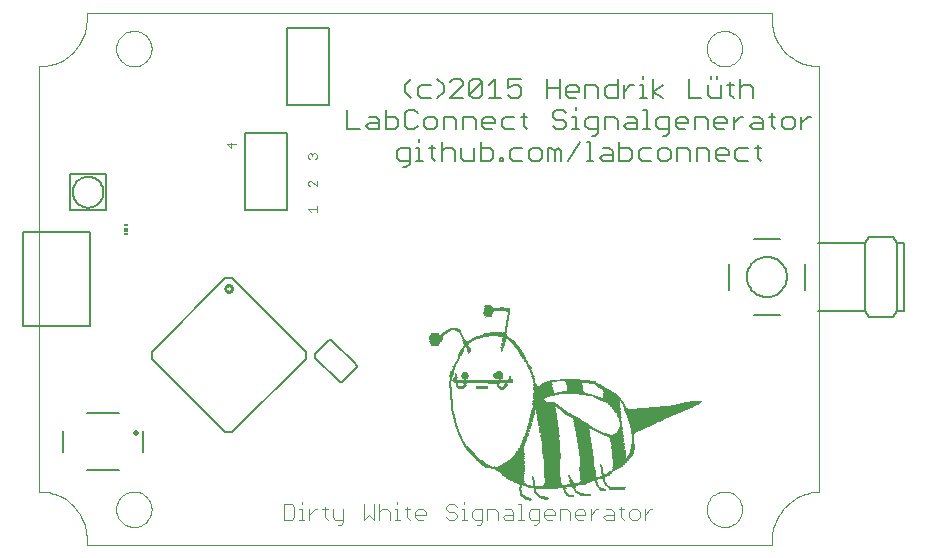
<source format=gto>
G75*
%MOIN*%
%OFA0B0*%
%FSLAX24Y24*%
%IPPOS*%
%LPD*%
%AMOC8*
5,1,8,0,0,1.08239X$1,22.5*
%
%ADD10C,0.0060*%
%ADD11C,0.0040*%
%ADD12C,0.0080*%
%ADD13C,0.0050*%
%ADD14C,0.0200*%
%ADD15C,0.0100*%
%ADD16C,0.0000*%
%ADD17R,0.0118X0.0059*%
%ADD18R,0.0118X0.0118*%
%ADD19R,0.0069X0.0017*%
%ADD20R,0.0172X0.0017*%
%ADD21R,0.0223X0.0017*%
%ADD22R,0.0137X0.0017*%
%ADD23R,0.0206X0.0017*%
%ADD24R,0.0257X0.0017*%
%ADD25R,0.0240X0.0017*%
%ADD26R,0.0154X0.0017*%
%ADD27R,0.0103X0.0017*%
%ADD28R,0.0051X0.0017*%
%ADD29R,0.0189X0.0017*%
%ADD30R,0.0086X0.0017*%
%ADD31R,0.0326X0.0017*%
%ADD32R,0.0360X0.0017*%
%ADD33R,0.0395X0.0017*%
%ADD34R,0.0412X0.0017*%
%ADD35R,0.0120X0.0017*%
%ADD36R,0.0017X0.0017*%
%ADD37R,0.0532X0.0017*%
%ADD38R,0.0824X0.0017*%
%ADD39R,0.0566X0.0017*%
%ADD40R,0.1150X0.0017*%
%ADD41R,0.0601X0.0017*%
%ADD42R,0.1287X0.0017*%
%ADD43R,0.0618X0.0017*%
%ADD44R,0.1390X0.0017*%
%ADD45R,0.1665X0.0017*%
%ADD46R,0.1116X0.0017*%
%ADD47R,0.0275X0.0017*%
%ADD48R,0.0584X0.0017*%
%ADD49R,0.0429X0.0017*%
%ADD50R,0.0034X0.0017*%
%ADD51R,0.0549X0.0017*%
%ADD52R,0.0292X0.0017*%
%ADD53R,0.0343X0.0017*%
%ADD54R,0.0309X0.0017*%
%ADD55R,0.0446X0.0017*%
%ADD56R,0.0481X0.0017*%
%ADD57R,0.0515X0.0017*%
%ADD58R,0.0652X0.0017*%
%ADD59R,0.0635X0.0017*%
%ADD60R,0.0669X0.0017*%
%ADD61R,0.0687X0.0017*%
%ADD62R,0.0704X0.0017*%
%ADD63R,0.0721X0.0017*%
%ADD64R,0.0738X0.0017*%
%ADD65R,0.0772X0.0017*%
%ADD66R,0.0790X0.0017*%
%ADD67R,0.0841X0.0017*%
%ADD68R,0.0875X0.0017*%
%ADD69R,0.0910X0.0017*%
%ADD70R,0.0944X0.0017*%
%ADD71R,0.0961X0.0017*%
%ADD72R,0.0978X0.0017*%
%ADD73R,0.1047X0.0017*%
%ADD74R,0.1270X0.0017*%
%ADD75R,0.0927X0.0017*%
%ADD76R,0.0893X0.0017*%
%ADD77R,0.0498X0.0017*%
%ADD78R,0.0858X0.0017*%
%ADD79R,0.0755X0.0017*%
%ADD80R,0.0378X0.0017*%
%ADD81R,0.0463X0.0017*%
%ADD82R,0.1013X0.0017*%
%ADD83R,0.1081X0.0017*%
%ADD84R,0.1184X0.0017*%
%ADD85R,0.1219X0.0017*%
%ADD86R,0.1253X0.0017*%
%ADD87R,0.1356X0.0017*%
%ADD88R,0.1442X0.0017*%
%ADD89R,0.1476X0.0017*%
%ADD90R,0.1511X0.0017*%
%ADD91R,0.1562X0.0017*%
%ADD92R,0.1614X0.0017*%
%ADD93R,0.1717X0.0017*%
%ADD94R,0.1751X0.0017*%
%ADD95R,0.1785X0.0017*%
%ADD96R,0.1837X0.0017*%
%ADD97R,0.1871X0.0017*%
%ADD98R,0.1905X0.0017*%
%ADD99R,0.1974X0.0017*%
%ADD100R,0.2008X0.0017*%
%ADD101R,0.2060X0.0017*%
%ADD102R,0.1596X0.0017*%
%ADD103R,0.1425X0.0017*%
%ADD104R,0.0807X0.0017*%
%ADD105R,0.1064X0.0017*%
%ADD106R,0.1940X0.0017*%
%ADD107R,0.1030X0.0017*%
%ADD108R,0.1957X0.0017*%
%ADD109R,0.1991X0.0017*%
%ADD110R,0.0996X0.0017*%
%ADD111R,0.1305X0.0017*%
D10*
X012900Y007143D02*
X013678Y006366D01*
X013678Y006365D02*
X013692Y006354D01*
X013707Y006345D01*
X013723Y006339D01*
X013740Y006336D01*
X013758Y006336D01*
X013775Y006339D01*
X013791Y006345D01*
X013806Y006354D01*
X013820Y006365D01*
X013820Y006366D02*
X014244Y006790D01*
X014255Y006804D01*
X014264Y006819D01*
X014270Y006835D01*
X014273Y006852D01*
X014273Y006870D01*
X014270Y006887D01*
X014264Y006903D01*
X014255Y006918D01*
X014244Y006932D01*
X014244Y006931D02*
X013466Y007709D01*
X013452Y007720D01*
X013437Y007729D01*
X013421Y007735D01*
X013404Y007738D01*
X013386Y007738D01*
X013369Y007735D01*
X013353Y007729D01*
X013338Y007720D01*
X013324Y007709D01*
X013325Y007709D02*
X012900Y007285D01*
X012889Y007271D01*
X012880Y007256D01*
X012874Y007240D01*
X012871Y007223D01*
X012871Y007205D01*
X012874Y007188D01*
X012880Y007172D01*
X012889Y007157D01*
X012900Y007143D01*
X015826Y013491D02*
X015933Y013491D01*
X016040Y013598D01*
X016040Y014132D01*
X015719Y014132D01*
X015613Y014025D01*
X015613Y013812D01*
X015719Y013705D01*
X016040Y013705D01*
X016257Y013705D02*
X016471Y013705D01*
X016364Y013705D02*
X016364Y014132D01*
X016257Y014132D01*
X016364Y014345D02*
X016364Y014452D01*
X016201Y014755D02*
X016308Y014862D01*
X016201Y014755D02*
X015988Y014755D01*
X015881Y014862D01*
X015881Y015289D01*
X015988Y015395D01*
X016201Y015395D01*
X016308Y015289D01*
X016526Y015075D02*
X016526Y014862D01*
X016632Y014755D01*
X016846Y014755D01*
X016953Y014862D01*
X016953Y015075D01*
X016846Y015182D01*
X016632Y015182D01*
X016526Y015075D01*
X017170Y015182D02*
X017170Y014755D01*
X017597Y014755D02*
X017597Y015075D01*
X017491Y015182D01*
X017170Y015182D01*
X017815Y015182D02*
X017815Y014755D01*
X018242Y014755D02*
X018242Y015075D01*
X018135Y015182D01*
X017815Y015182D01*
X018459Y015075D02*
X018459Y014862D01*
X018566Y014755D01*
X018780Y014755D01*
X018886Y014968D02*
X018459Y014968D01*
X018459Y015075D02*
X018566Y015182D01*
X018780Y015182D01*
X018886Y015075D01*
X018886Y014968D01*
X019104Y014862D02*
X019211Y014755D01*
X019531Y014755D01*
X019855Y014862D02*
X019962Y014755D01*
X019855Y014862D02*
X019855Y015289D01*
X019748Y015182D02*
X019962Y015182D01*
X019531Y015182D02*
X019211Y015182D01*
X019104Y015075D01*
X019104Y014862D01*
X018406Y014345D02*
X018406Y013705D01*
X018726Y013705D01*
X018833Y013812D01*
X018833Y014025D01*
X018726Y014132D01*
X018406Y014132D01*
X018188Y014132D02*
X018188Y013705D01*
X017868Y013705D01*
X017761Y013812D01*
X017761Y014132D01*
X017544Y014025D02*
X017544Y013705D01*
X017117Y013705D02*
X017117Y014345D01*
X017223Y014132D02*
X017437Y014132D01*
X017544Y014025D01*
X017223Y014132D02*
X017117Y014025D01*
X016900Y014132D02*
X016687Y014132D01*
X016794Y014239D02*
X016794Y013812D01*
X016900Y013705D01*
X015664Y014862D02*
X015664Y015075D01*
X015557Y015182D01*
X015237Y015182D01*
X015237Y015395D02*
X015237Y014755D01*
X015557Y014755D01*
X015664Y014862D01*
X015019Y014968D02*
X014699Y014968D01*
X014592Y014862D01*
X014699Y014755D01*
X015019Y014755D01*
X015019Y015075D01*
X014912Y015182D01*
X014699Y015182D01*
X014375Y014755D02*
X013947Y014755D01*
X013947Y015395D01*
X015881Y016018D02*
X015881Y016232D01*
X016095Y016445D01*
X016311Y016125D02*
X016311Y015912D01*
X016418Y015805D01*
X016738Y015805D01*
X016955Y015805D02*
X017169Y016018D01*
X017169Y016232D01*
X016955Y016445D01*
X016738Y016232D02*
X016418Y016232D01*
X016311Y016125D01*
X016095Y015805D02*
X015881Y016018D01*
X017385Y015805D02*
X017812Y016232D01*
X017812Y016339D01*
X017705Y016445D01*
X017492Y016445D01*
X017385Y016339D01*
X017385Y015805D02*
X017812Y015805D01*
X018030Y015912D02*
X018457Y016339D01*
X018457Y015912D01*
X018350Y015805D01*
X018136Y015805D01*
X018030Y015912D01*
X018030Y016339D01*
X018136Y016445D01*
X018350Y016445D01*
X018457Y016339D01*
X018674Y016232D02*
X018888Y016445D01*
X018888Y015805D01*
X019101Y015805D02*
X018674Y015805D01*
X019319Y015912D02*
X019425Y015805D01*
X019639Y015805D01*
X019746Y015912D01*
X019746Y016125D01*
X019639Y016232D01*
X019532Y016232D01*
X019319Y016125D01*
X019319Y016445D01*
X019746Y016445D01*
X020608Y016445D02*
X020608Y015805D01*
X020608Y016125D02*
X021035Y016125D01*
X021252Y016125D02*
X021252Y015912D01*
X021359Y015805D01*
X021573Y015805D01*
X021679Y016018D02*
X021252Y016018D01*
X021252Y016125D02*
X021359Y016232D01*
X021573Y016232D01*
X021679Y016125D01*
X021679Y016018D01*
X021897Y015805D02*
X021897Y016232D01*
X022217Y016232D01*
X022324Y016125D01*
X022324Y015805D01*
X022541Y015912D02*
X022541Y016125D01*
X022648Y016232D01*
X022969Y016232D01*
X022969Y016445D02*
X022969Y015805D01*
X022648Y015805D01*
X022541Y015912D01*
X023186Y016018D02*
X023400Y016232D01*
X023506Y016232D01*
X023723Y016232D02*
X023830Y016232D01*
X023830Y015805D01*
X023723Y015805D02*
X023937Y015805D01*
X024153Y015805D02*
X024153Y016445D01*
X023830Y016445D02*
X023830Y016552D01*
X024153Y016018D02*
X024473Y016232D01*
X024153Y016018D02*
X024473Y015805D01*
X023937Y015395D02*
X023831Y015395D01*
X023937Y015395D02*
X023937Y014755D01*
X023831Y014755D02*
X024044Y014755D01*
X024260Y014862D02*
X024260Y015075D01*
X024367Y015182D01*
X024687Y015182D01*
X024687Y014648D01*
X024581Y014541D01*
X024474Y014541D01*
X024367Y014755D02*
X024687Y014755D01*
X024905Y014862D02*
X024905Y015075D01*
X025012Y015182D01*
X025225Y015182D01*
X025332Y015075D01*
X025332Y014968D01*
X024905Y014968D01*
X024905Y014862D02*
X025012Y014755D01*
X025225Y014755D01*
X025549Y014755D02*
X025549Y015182D01*
X025870Y015182D01*
X025976Y015075D01*
X025976Y014755D01*
X026194Y014862D02*
X026194Y015075D01*
X026301Y015182D01*
X026514Y015182D01*
X026621Y015075D01*
X026621Y014968D01*
X026194Y014968D01*
X026194Y014862D02*
X026301Y014755D01*
X026514Y014755D01*
X026838Y014755D02*
X026838Y015182D01*
X026838Y014968D02*
X027052Y015182D01*
X027159Y015182D01*
X027482Y015182D02*
X027696Y015182D01*
X027803Y015075D01*
X027803Y014755D01*
X027482Y014755D01*
X027376Y014862D01*
X027482Y014968D01*
X027803Y014968D01*
X028020Y015182D02*
X028234Y015182D01*
X028127Y015289D02*
X028127Y014862D01*
X028234Y014755D01*
X028450Y014862D02*
X028450Y015075D01*
X028557Y015182D01*
X028770Y015182D01*
X028877Y015075D01*
X028877Y014862D01*
X028770Y014755D01*
X028557Y014755D01*
X028450Y014862D01*
X029094Y014968D02*
X029308Y015182D01*
X029415Y015182D01*
X029094Y015182D02*
X029094Y014755D01*
X027750Y014132D02*
X027537Y014132D01*
X027643Y014239D02*
X027643Y013812D01*
X027750Y013705D01*
X027319Y013705D02*
X026999Y013705D01*
X026892Y013812D01*
X026892Y014025D01*
X026999Y014132D01*
X027319Y014132D01*
X026675Y014025D02*
X026675Y013918D01*
X026248Y013918D01*
X026248Y013812D02*
X026248Y014025D01*
X026354Y014132D01*
X026568Y014132D01*
X026675Y014025D01*
X026354Y013705D02*
X026248Y013812D01*
X026354Y013705D02*
X026568Y013705D01*
X026030Y013705D02*
X026030Y014025D01*
X025923Y014132D01*
X025603Y014132D01*
X025603Y013705D01*
X025386Y013705D02*
X025386Y014025D01*
X025279Y014132D01*
X024959Y014132D01*
X024959Y013705D01*
X024741Y013812D02*
X024741Y014025D01*
X024634Y014132D01*
X024421Y014132D01*
X024314Y014025D01*
X024314Y013812D01*
X024421Y013705D01*
X024634Y013705D01*
X024741Y013812D01*
X024096Y013705D02*
X023776Y013705D01*
X023669Y013812D01*
X023669Y014025D01*
X023776Y014132D01*
X024096Y014132D01*
X023452Y014025D02*
X023452Y013812D01*
X023345Y013705D01*
X023025Y013705D01*
X023025Y014345D01*
X023025Y014132D02*
X023345Y014132D01*
X023452Y014025D01*
X022807Y014025D02*
X022807Y013705D01*
X022487Y013705D01*
X022380Y013812D01*
X022487Y013918D01*
X022807Y013918D01*
X022807Y014025D02*
X022701Y014132D01*
X022487Y014132D01*
X022057Y014345D02*
X022057Y013705D01*
X021951Y013705D02*
X022164Y013705D01*
X021733Y014345D02*
X021306Y013705D01*
X021089Y013705D02*
X021089Y014025D01*
X020982Y014132D01*
X020875Y014025D01*
X020875Y013705D01*
X020662Y013705D02*
X020662Y014132D01*
X020768Y014132D01*
X020875Y014025D01*
X020444Y014025D02*
X020444Y013812D01*
X020337Y013705D01*
X020124Y013705D01*
X020017Y013812D01*
X020017Y014025D01*
X020124Y014132D01*
X020337Y014132D01*
X020444Y014025D01*
X019799Y014132D02*
X019479Y014132D01*
X019372Y014025D01*
X019372Y013812D01*
X019479Y013705D01*
X019799Y013705D01*
X019157Y013705D02*
X019050Y013705D01*
X019050Y013812D01*
X019157Y013812D01*
X019157Y013705D01*
X020823Y014862D02*
X020929Y014755D01*
X021143Y014755D01*
X021250Y014862D01*
X021250Y014968D01*
X021143Y015075D01*
X020929Y015075D01*
X020823Y015182D01*
X020823Y015289D01*
X020929Y015395D01*
X021143Y015395D01*
X021250Y015289D01*
X021467Y015182D02*
X021574Y015182D01*
X021574Y014755D01*
X021467Y014755D02*
X021681Y014755D01*
X021897Y014862D02*
X021897Y015075D01*
X022004Y015182D01*
X022324Y015182D01*
X022324Y014648D01*
X022217Y014541D01*
X022110Y014541D01*
X022057Y014345D02*
X021951Y014345D01*
X022004Y014755D02*
X022324Y014755D01*
X022541Y014755D02*
X022541Y015182D01*
X022862Y015182D01*
X022969Y015075D01*
X022969Y014755D01*
X023186Y014862D02*
X023293Y014968D01*
X023613Y014968D01*
X023613Y015075D02*
X023613Y014755D01*
X023293Y014755D01*
X023186Y014862D01*
X023506Y015182D02*
X023613Y015075D01*
X023506Y015182D02*
X023293Y015182D01*
X023186Y015805D02*
X023186Y016232D01*
X021574Y015502D02*
X021574Y015395D01*
X021035Y015805D02*
X021035Y016445D01*
X021897Y014862D02*
X022004Y014755D01*
X024260Y014862D02*
X024367Y014755D01*
X025335Y015805D02*
X025762Y015805D01*
X025979Y015912D02*
X025979Y016232D01*
X026086Y016445D02*
X026086Y016552D01*
X026299Y016552D02*
X026299Y016445D01*
X026406Y016232D02*
X026406Y015805D01*
X026086Y015805D01*
X025979Y015912D01*
X025335Y015805D02*
X025335Y016445D01*
X026624Y016232D02*
X026837Y016232D01*
X026730Y016339D02*
X026730Y015912D01*
X026837Y015805D01*
X027053Y015805D02*
X027053Y016445D01*
X027160Y016232D02*
X027053Y016125D01*
X027160Y016232D02*
X027374Y016232D01*
X027480Y016125D01*
X027480Y015805D01*
D11*
X012940Y013912D02*
X012940Y013818D01*
X012893Y013772D01*
X012799Y013865D02*
X012799Y013912D01*
X012846Y013959D01*
X012893Y013959D01*
X012940Y013912D01*
X012799Y013912D02*
X012753Y013959D01*
X012706Y013959D01*
X012659Y013912D01*
X012659Y013818D01*
X012706Y013772D01*
X012710Y013049D02*
X012663Y013002D01*
X012663Y012908D01*
X012710Y012862D01*
X012710Y013049D02*
X012756Y013049D01*
X012943Y012862D01*
X012943Y013049D01*
X012940Y012197D02*
X012940Y012011D01*
X012940Y012104D02*
X012659Y012104D01*
X012753Y012011D01*
X010099Y014120D02*
X010099Y014307D01*
X009959Y014260D02*
X010099Y014120D01*
X009959Y014260D02*
X010240Y014260D01*
X011842Y002265D02*
X012102Y002265D01*
X012189Y002179D01*
X012189Y001832D01*
X012102Y001745D01*
X011842Y001745D01*
X011842Y002265D01*
X012358Y002092D02*
X012444Y002092D01*
X012444Y001745D01*
X012358Y001745D02*
X012531Y001745D01*
X012701Y001745D02*
X012701Y002092D01*
X012701Y001918D02*
X012875Y002092D01*
X012962Y002092D01*
X013131Y002092D02*
X013305Y002092D01*
X013218Y002179D02*
X013218Y001832D01*
X013305Y001745D01*
X013475Y001832D02*
X013562Y001745D01*
X013822Y001745D01*
X013822Y001658D02*
X013735Y001571D01*
X013648Y001571D01*
X013822Y001658D02*
X013822Y002092D01*
X013475Y002092D02*
X013475Y001832D01*
X014506Y001745D02*
X014680Y001918D01*
X014853Y001745D01*
X014853Y002265D01*
X015022Y002265D02*
X015022Y001745D01*
X015022Y002005D02*
X015109Y002092D01*
X015282Y002092D01*
X015369Y002005D01*
X015369Y001745D01*
X015537Y001745D02*
X015711Y001745D01*
X015624Y001745D02*
X015624Y002092D01*
X015537Y002092D01*
X015624Y002265D02*
X015624Y002352D01*
X015881Y002092D02*
X016055Y002092D01*
X015968Y002179D02*
X015968Y001832D01*
X016055Y001745D01*
X016225Y001832D02*
X016312Y001745D01*
X016485Y001745D01*
X016572Y001918D02*
X016225Y001918D01*
X016225Y001832D02*
X016225Y002005D01*
X016312Y002092D01*
X016485Y002092D01*
X016572Y002005D01*
X016572Y001918D01*
X017256Y001832D02*
X017343Y001745D01*
X017516Y001745D01*
X017603Y001832D01*
X017603Y001918D01*
X017516Y002005D01*
X017343Y002005D01*
X017256Y002092D01*
X017256Y002179D01*
X017343Y002265D01*
X017516Y002265D01*
X017603Y002179D01*
X017772Y002092D02*
X017859Y002092D01*
X017859Y001745D01*
X017945Y001745D02*
X017772Y001745D01*
X018116Y001832D02*
X018202Y001745D01*
X018463Y001745D01*
X018463Y001658D02*
X018463Y002092D01*
X018202Y002092D01*
X018116Y002005D01*
X018116Y001832D01*
X018376Y001571D02*
X018463Y001658D01*
X018376Y001571D02*
X018289Y001571D01*
X018631Y001745D02*
X018631Y002092D01*
X018891Y002092D01*
X018978Y002005D01*
X018978Y001745D01*
X019147Y001832D02*
X019234Y001745D01*
X019494Y001745D01*
X019494Y002005D01*
X019407Y002092D01*
X019234Y002092D01*
X019234Y001918D02*
X019494Y001918D01*
X019663Y001745D02*
X019836Y001745D01*
X019749Y001745D02*
X019749Y002265D01*
X019663Y002265D01*
X020006Y002005D02*
X020093Y002092D01*
X020353Y002092D01*
X020353Y001658D01*
X020267Y001571D01*
X020180Y001571D01*
X020093Y001745D02*
X020353Y001745D01*
X020522Y001832D02*
X020522Y002005D01*
X020609Y002092D01*
X020782Y002092D01*
X020869Y002005D01*
X020869Y001918D01*
X020522Y001918D01*
X020522Y001832D02*
X020609Y001745D01*
X020782Y001745D01*
X021038Y001745D02*
X021038Y002092D01*
X021298Y002092D01*
X021385Y002005D01*
X021385Y001745D01*
X021553Y001832D02*
X021553Y002005D01*
X021640Y002092D01*
X021813Y002092D01*
X021900Y002005D01*
X021900Y001918D01*
X021553Y001918D01*
X021553Y001832D02*
X021640Y001745D01*
X021813Y001745D01*
X022069Y001745D02*
X022069Y002092D01*
X022242Y002092D02*
X022069Y001918D01*
X022242Y002092D02*
X022329Y002092D01*
X022585Y002092D02*
X022759Y002092D01*
X022846Y002005D01*
X022846Y001745D01*
X022585Y001745D01*
X022499Y001832D01*
X022585Y001918D01*
X022846Y001918D01*
X023014Y002092D02*
X023188Y002092D01*
X023101Y002179D02*
X023101Y001832D01*
X023188Y001745D01*
X023358Y001832D02*
X023445Y001745D01*
X023618Y001745D01*
X023705Y001832D01*
X023705Y002005D01*
X023618Y002092D01*
X023445Y002092D01*
X023358Y002005D01*
X023358Y001832D01*
X023874Y001918D02*
X024047Y002092D01*
X024134Y002092D01*
X023874Y002092D02*
X023874Y001745D01*
X020093Y001745D02*
X020006Y001832D01*
X020006Y002005D01*
X019234Y001918D02*
X019147Y001832D01*
X017859Y002265D02*
X017859Y002352D01*
X014506Y002265D02*
X014506Y001745D01*
X012444Y002265D02*
X012444Y002352D01*
D12*
X010121Y004664D02*
X009898Y004664D01*
X007448Y007114D01*
X007448Y007336D01*
X009898Y009786D01*
X010121Y009786D01*
X012571Y007336D01*
X012571Y007114D01*
X010121Y004664D01*
X007161Y004695D02*
X007161Y004005D01*
X006361Y003405D02*
X005283Y003405D01*
X004483Y004005D02*
X004483Y004695D01*
X005283Y005295D02*
X006361Y005295D01*
X010560Y012060D02*
X010560Y014640D01*
X011960Y014640D01*
X011960Y012060D01*
X010560Y012060D01*
X011935Y015560D02*
X011935Y018140D01*
X013335Y018140D01*
X013335Y015560D01*
X011935Y015560D01*
X026689Y010271D02*
X026689Y009405D01*
X027516Y008578D02*
X028382Y008578D01*
X029209Y009405D02*
X029209Y010271D01*
X029642Y010979D02*
X031217Y010979D01*
X031217Y008696D01*
X031335Y008499D01*
X032162Y008499D01*
X032280Y008696D01*
X032280Y010979D01*
X032516Y010979D01*
X032516Y008696D01*
X032280Y008696D01*
X031217Y008696D02*
X029642Y008696D01*
X027280Y009838D02*
X027282Y009889D01*
X027288Y009940D01*
X027298Y009990D01*
X027311Y010040D01*
X027329Y010088D01*
X027349Y010135D01*
X027374Y010180D01*
X027402Y010223D01*
X027433Y010264D01*
X027467Y010302D01*
X027504Y010337D01*
X027543Y010370D01*
X027585Y010400D01*
X027629Y010426D01*
X027675Y010448D01*
X027723Y010468D01*
X027772Y010483D01*
X027822Y010495D01*
X027872Y010503D01*
X027923Y010507D01*
X027975Y010507D01*
X028026Y010503D01*
X028076Y010495D01*
X028126Y010483D01*
X028175Y010468D01*
X028223Y010448D01*
X028269Y010426D01*
X028313Y010400D01*
X028355Y010370D01*
X028394Y010337D01*
X028431Y010302D01*
X028465Y010264D01*
X028496Y010223D01*
X028524Y010180D01*
X028549Y010135D01*
X028569Y010088D01*
X028587Y010040D01*
X028600Y009990D01*
X028610Y009940D01*
X028616Y009889D01*
X028618Y009838D01*
X028616Y009787D01*
X028610Y009736D01*
X028600Y009686D01*
X028587Y009636D01*
X028569Y009588D01*
X028549Y009541D01*
X028524Y009496D01*
X028496Y009453D01*
X028465Y009412D01*
X028431Y009374D01*
X028394Y009339D01*
X028355Y009306D01*
X028313Y009276D01*
X028269Y009250D01*
X028223Y009228D01*
X028175Y009208D01*
X028126Y009193D01*
X028076Y009181D01*
X028026Y009173D01*
X027975Y009169D01*
X027923Y009169D01*
X027872Y009173D01*
X027822Y009181D01*
X027772Y009193D01*
X027723Y009208D01*
X027675Y009228D01*
X027629Y009250D01*
X027585Y009276D01*
X027543Y009306D01*
X027504Y009339D01*
X027467Y009374D01*
X027433Y009412D01*
X027402Y009453D01*
X027374Y009496D01*
X027349Y009541D01*
X027329Y009588D01*
X027311Y009636D01*
X027298Y009686D01*
X027288Y009736D01*
X027282Y009787D01*
X027280Y009838D01*
X027516Y011097D02*
X028382Y011097D01*
X031217Y010979D02*
X031335Y011176D01*
X032162Y011176D01*
X032280Y010979D01*
D13*
X005913Y012072D02*
X005913Y013253D01*
X004731Y013253D01*
X004731Y012072D01*
X005913Y012072D01*
X004810Y012662D02*
X004812Y012707D01*
X004818Y012751D01*
X004827Y012795D01*
X004841Y012837D01*
X004858Y012878D01*
X004879Y012918D01*
X004903Y012956D01*
X004930Y012991D01*
X004960Y013024D01*
X004993Y013054D01*
X005028Y013081D01*
X005066Y013105D01*
X005106Y013126D01*
X005147Y013143D01*
X005189Y013157D01*
X005233Y013166D01*
X005277Y013172D01*
X005322Y013174D01*
X005367Y013172D01*
X005411Y013166D01*
X005455Y013157D01*
X005497Y013143D01*
X005538Y013126D01*
X005578Y013105D01*
X005616Y013081D01*
X005651Y013054D01*
X005684Y013024D01*
X005714Y012991D01*
X005741Y012956D01*
X005765Y012918D01*
X005786Y012878D01*
X005803Y012837D01*
X005817Y012795D01*
X005826Y012751D01*
X005832Y012707D01*
X005834Y012662D01*
X005832Y012617D01*
X005826Y012573D01*
X005817Y012529D01*
X005803Y012487D01*
X005786Y012446D01*
X005765Y012406D01*
X005741Y012368D01*
X005714Y012333D01*
X005684Y012300D01*
X005651Y012270D01*
X005616Y012243D01*
X005578Y012219D01*
X005538Y012198D01*
X005497Y012181D01*
X005455Y012167D01*
X005411Y012158D01*
X005367Y012152D01*
X005322Y012150D01*
X005277Y012152D01*
X005233Y012158D01*
X005189Y012167D01*
X005147Y012181D01*
X005106Y012198D01*
X005066Y012219D01*
X005028Y012243D01*
X004993Y012270D01*
X004960Y012300D01*
X004930Y012333D01*
X004903Y012368D01*
X004879Y012406D01*
X004858Y012446D01*
X004841Y012487D01*
X004827Y012529D01*
X004818Y012573D01*
X004812Y012617D01*
X004810Y012662D01*
X005390Y011345D02*
X003146Y011345D01*
X003146Y008196D01*
X005390Y008196D01*
X005390Y011345D01*
D14*
X006922Y004650D03*
D15*
X009899Y009452D02*
X009901Y009472D01*
X009906Y009492D01*
X009916Y009510D01*
X009928Y009527D01*
X009943Y009541D01*
X009961Y009551D01*
X009980Y009559D01*
X010000Y009563D01*
X010020Y009563D01*
X010040Y009559D01*
X010059Y009551D01*
X010077Y009541D01*
X010092Y009527D01*
X010104Y009510D01*
X010114Y009492D01*
X010119Y009472D01*
X010121Y009452D01*
X010119Y009432D01*
X010114Y009412D01*
X010104Y009394D01*
X010092Y009377D01*
X010077Y009363D01*
X010059Y009353D01*
X010040Y009345D01*
X010020Y009341D01*
X010000Y009341D01*
X009980Y009345D01*
X009961Y009353D01*
X009943Y009363D01*
X009928Y009377D01*
X009916Y009394D01*
X009906Y009412D01*
X009901Y009432D01*
X009899Y009452D01*
D16*
X003697Y002684D02*
X003774Y002682D01*
X003851Y002676D01*
X003928Y002667D01*
X004004Y002654D01*
X004080Y002637D01*
X004154Y002616D01*
X004228Y002592D01*
X004300Y002564D01*
X004370Y002533D01*
X004439Y002498D01*
X004507Y002460D01*
X004572Y002419D01*
X004635Y002374D01*
X004696Y002326D01*
X004755Y002276D01*
X004811Y002223D01*
X004864Y002167D01*
X004914Y002108D01*
X004962Y002047D01*
X005007Y001984D01*
X005048Y001919D01*
X005086Y001851D01*
X005121Y001782D01*
X005152Y001712D01*
X005180Y001640D01*
X005204Y001566D01*
X005225Y001492D01*
X005242Y001416D01*
X005255Y001340D01*
X005264Y001263D01*
X005270Y001186D01*
X005272Y001109D01*
X005272Y000912D01*
X028106Y000912D01*
X028107Y000913D02*
X028104Y000992D01*
X028105Y001072D01*
X028110Y001152D01*
X028119Y001231D01*
X028131Y001310D01*
X028147Y001388D01*
X028167Y001465D01*
X028190Y001541D01*
X028217Y001617D01*
X028248Y001690D01*
X028282Y001762D01*
X028319Y001833D01*
X028360Y001901D01*
X028404Y001968D01*
X028451Y002032D01*
X028501Y002094D01*
X028554Y002154D01*
X028610Y002211D01*
X028668Y002265D01*
X028729Y002317D01*
X028793Y002365D01*
X028858Y002411D01*
X028926Y002453D01*
X028995Y002492D01*
X029067Y002528D01*
X029140Y002560D01*
X029214Y002589D01*
X029290Y002614D01*
X029367Y002635D01*
X029444Y002653D01*
X029523Y002667D01*
X029602Y002678D01*
X029682Y002684D01*
X029681Y002684D02*
X029681Y016857D01*
X029604Y016859D01*
X029527Y016865D01*
X029450Y016874D01*
X029374Y016887D01*
X029298Y016904D01*
X029224Y016925D01*
X029150Y016949D01*
X029078Y016977D01*
X029008Y017008D01*
X028939Y017043D01*
X028871Y017081D01*
X028806Y017122D01*
X028743Y017167D01*
X028682Y017215D01*
X028623Y017265D01*
X028567Y017318D01*
X028514Y017374D01*
X028464Y017433D01*
X028416Y017494D01*
X028371Y017557D01*
X028330Y017622D01*
X028292Y017690D01*
X028257Y017759D01*
X028226Y017829D01*
X028198Y017901D01*
X028174Y017975D01*
X028153Y018049D01*
X028136Y018125D01*
X028123Y018201D01*
X028114Y018278D01*
X028108Y018355D01*
X028106Y018432D01*
X028106Y018629D01*
X005272Y018629D01*
X005272Y018432D01*
X006256Y017448D02*
X006258Y017496D01*
X006264Y017544D01*
X006274Y017591D01*
X006287Y017637D01*
X006305Y017682D01*
X006325Y017726D01*
X006350Y017768D01*
X006378Y017807D01*
X006408Y017844D01*
X006442Y017878D01*
X006479Y017910D01*
X006517Y017939D01*
X006558Y017964D01*
X006601Y017986D01*
X006646Y018004D01*
X006692Y018018D01*
X006739Y018029D01*
X006787Y018036D01*
X006835Y018039D01*
X006883Y018038D01*
X006931Y018033D01*
X006979Y018024D01*
X007025Y018012D01*
X007070Y017995D01*
X007114Y017975D01*
X007156Y017952D01*
X007196Y017925D01*
X007234Y017895D01*
X007269Y017862D01*
X007301Y017826D01*
X007331Y017788D01*
X007357Y017747D01*
X007379Y017704D01*
X007399Y017660D01*
X007414Y017615D01*
X007426Y017568D01*
X007434Y017520D01*
X007438Y017472D01*
X007438Y017424D01*
X007434Y017376D01*
X007426Y017328D01*
X007414Y017281D01*
X007399Y017236D01*
X007379Y017192D01*
X007357Y017149D01*
X007331Y017108D01*
X007301Y017070D01*
X007269Y017034D01*
X007234Y017001D01*
X007196Y016971D01*
X007156Y016944D01*
X007114Y016921D01*
X007070Y016901D01*
X007025Y016884D01*
X006979Y016872D01*
X006931Y016863D01*
X006883Y016858D01*
X006835Y016857D01*
X006787Y016860D01*
X006739Y016867D01*
X006692Y016878D01*
X006646Y016892D01*
X006601Y016910D01*
X006558Y016932D01*
X006517Y016957D01*
X006479Y016986D01*
X006442Y017018D01*
X006408Y017052D01*
X006378Y017089D01*
X006350Y017128D01*
X006325Y017170D01*
X006305Y017214D01*
X006287Y017259D01*
X006274Y017305D01*
X006264Y017352D01*
X006258Y017400D01*
X006256Y017448D01*
X003697Y016857D02*
X003697Y002684D01*
X006256Y002094D02*
X006258Y002142D01*
X006264Y002190D01*
X006274Y002237D01*
X006287Y002283D01*
X006305Y002328D01*
X006325Y002372D01*
X006350Y002414D01*
X006378Y002453D01*
X006408Y002490D01*
X006442Y002524D01*
X006479Y002556D01*
X006517Y002585D01*
X006558Y002610D01*
X006601Y002632D01*
X006646Y002650D01*
X006692Y002664D01*
X006739Y002675D01*
X006787Y002682D01*
X006835Y002685D01*
X006883Y002684D01*
X006931Y002679D01*
X006979Y002670D01*
X007025Y002658D01*
X007070Y002641D01*
X007114Y002621D01*
X007156Y002598D01*
X007196Y002571D01*
X007234Y002541D01*
X007269Y002508D01*
X007301Y002472D01*
X007331Y002434D01*
X007357Y002393D01*
X007379Y002350D01*
X007399Y002306D01*
X007414Y002261D01*
X007426Y002214D01*
X007434Y002166D01*
X007438Y002118D01*
X007438Y002070D01*
X007434Y002022D01*
X007426Y001974D01*
X007414Y001927D01*
X007399Y001882D01*
X007379Y001838D01*
X007357Y001795D01*
X007331Y001754D01*
X007301Y001716D01*
X007269Y001680D01*
X007234Y001647D01*
X007196Y001617D01*
X007156Y001590D01*
X007114Y001567D01*
X007070Y001547D01*
X007025Y001530D01*
X006979Y001518D01*
X006931Y001509D01*
X006883Y001504D01*
X006835Y001503D01*
X006787Y001506D01*
X006739Y001513D01*
X006692Y001524D01*
X006646Y001538D01*
X006601Y001556D01*
X006558Y001578D01*
X006517Y001603D01*
X006479Y001632D01*
X006442Y001664D01*
X006408Y001698D01*
X006378Y001735D01*
X006350Y001774D01*
X006325Y001816D01*
X006305Y001860D01*
X006287Y001905D01*
X006274Y001951D01*
X006264Y001998D01*
X006258Y002046D01*
X006256Y002094D01*
X025941Y002094D02*
X025943Y002142D01*
X025949Y002190D01*
X025959Y002237D01*
X025972Y002283D01*
X025990Y002328D01*
X026010Y002372D01*
X026035Y002414D01*
X026063Y002453D01*
X026093Y002490D01*
X026127Y002524D01*
X026164Y002556D01*
X026202Y002585D01*
X026243Y002610D01*
X026286Y002632D01*
X026331Y002650D01*
X026377Y002664D01*
X026424Y002675D01*
X026472Y002682D01*
X026520Y002685D01*
X026568Y002684D01*
X026616Y002679D01*
X026664Y002670D01*
X026710Y002658D01*
X026755Y002641D01*
X026799Y002621D01*
X026841Y002598D01*
X026881Y002571D01*
X026919Y002541D01*
X026954Y002508D01*
X026986Y002472D01*
X027016Y002434D01*
X027042Y002393D01*
X027064Y002350D01*
X027084Y002306D01*
X027099Y002261D01*
X027111Y002214D01*
X027119Y002166D01*
X027123Y002118D01*
X027123Y002070D01*
X027119Y002022D01*
X027111Y001974D01*
X027099Y001927D01*
X027084Y001882D01*
X027064Y001838D01*
X027042Y001795D01*
X027016Y001754D01*
X026986Y001716D01*
X026954Y001680D01*
X026919Y001647D01*
X026881Y001617D01*
X026841Y001590D01*
X026799Y001567D01*
X026755Y001547D01*
X026710Y001530D01*
X026664Y001518D01*
X026616Y001509D01*
X026568Y001504D01*
X026520Y001503D01*
X026472Y001506D01*
X026424Y001513D01*
X026377Y001524D01*
X026331Y001538D01*
X026286Y001556D01*
X026243Y001578D01*
X026202Y001603D01*
X026164Y001632D01*
X026127Y001664D01*
X026093Y001698D01*
X026063Y001735D01*
X026035Y001774D01*
X026010Y001816D01*
X025990Y001860D01*
X025972Y001905D01*
X025959Y001951D01*
X025949Y001998D01*
X025943Y002046D01*
X025941Y002094D01*
X025941Y017448D02*
X025943Y017496D01*
X025949Y017544D01*
X025959Y017591D01*
X025972Y017637D01*
X025990Y017682D01*
X026010Y017726D01*
X026035Y017768D01*
X026063Y017807D01*
X026093Y017844D01*
X026127Y017878D01*
X026164Y017910D01*
X026202Y017939D01*
X026243Y017964D01*
X026286Y017986D01*
X026331Y018004D01*
X026377Y018018D01*
X026424Y018029D01*
X026472Y018036D01*
X026520Y018039D01*
X026568Y018038D01*
X026616Y018033D01*
X026664Y018024D01*
X026710Y018012D01*
X026755Y017995D01*
X026799Y017975D01*
X026841Y017952D01*
X026881Y017925D01*
X026919Y017895D01*
X026954Y017862D01*
X026986Y017826D01*
X027016Y017788D01*
X027042Y017747D01*
X027064Y017704D01*
X027084Y017660D01*
X027099Y017615D01*
X027111Y017568D01*
X027119Y017520D01*
X027123Y017472D01*
X027123Y017424D01*
X027119Y017376D01*
X027111Y017328D01*
X027099Y017281D01*
X027084Y017236D01*
X027064Y017192D01*
X027042Y017149D01*
X027016Y017108D01*
X026986Y017070D01*
X026954Y017034D01*
X026919Y017001D01*
X026881Y016971D01*
X026841Y016944D01*
X026799Y016921D01*
X026755Y016901D01*
X026710Y016884D01*
X026664Y016872D01*
X026616Y016863D01*
X026568Y016858D01*
X026520Y016857D01*
X026472Y016860D01*
X026424Y016867D01*
X026377Y016878D01*
X026331Y016892D01*
X026286Y016910D01*
X026243Y016932D01*
X026202Y016957D01*
X026164Y016986D01*
X026127Y017018D01*
X026093Y017052D01*
X026063Y017089D01*
X026035Y017128D01*
X026010Y017170D01*
X025990Y017214D01*
X025972Y017259D01*
X025959Y017305D01*
X025949Y017352D01*
X025943Y017400D01*
X025941Y017448D01*
X005272Y018432D02*
X005270Y018355D01*
X005264Y018278D01*
X005255Y018201D01*
X005242Y018125D01*
X005225Y018049D01*
X005204Y017975D01*
X005180Y017901D01*
X005152Y017829D01*
X005121Y017759D01*
X005086Y017690D01*
X005048Y017622D01*
X005007Y017557D01*
X004962Y017494D01*
X004914Y017433D01*
X004864Y017374D01*
X004811Y017318D01*
X004755Y017265D01*
X004696Y017215D01*
X004635Y017167D01*
X004572Y017122D01*
X004507Y017081D01*
X004439Y017043D01*
X004370Y017008D01*
X004300Y016977D01*
X004228Y016949D01*
X004154Y016925D01*
X004080Y016904D01*
X004004Y016887D01*
X003928Y016874D01*
X003851Y016865D01*
X003774Y016859D01*
X003697Y016857D01*
D17*
X006575Y011560D03*
X006575Y011265D03*
D18*
X006575Y011412D03*
D19*
X017515Y006786D03*
X017515Y006769D03*
X017515Y006752D03*
X017498Y006735D03*
X017498Y006717D03*
X017567Y006906D03*
X017584Y006923D03*
X017584Y006941D03*
X017618Y006992D03*
X017652Y007061D03*
X017669Y007095D03*
X017669Y007112D03*
X017807Y007404D03*
X017824Y007421D03*
X017841Y007455D03*
X017841Y007730D03*
X017841Y007747D03*
X017824Y007764D03*
X017824Y007782D03*
X017807Y007799D03*
X017807Y007816D03*
X017790Y007833D03*
X017790Y007850D03*
X017772Y007867D03*
X017772Y007885D03*
X017755Y007902D03*
X017755Y007919D03*
X017738Y007936D03*
X017721Y007953D03*
X019266Y008142D03*
X019266Y008159D03*
X019283Y008245D03*
X019283Y008262D03*
X019300Y008348D03*
X019300Y008365D03*
X019317Y008434D03*
X019317Y008451D03*
X019317Y008468D03*
X019335Y008554D03*
X019335Y008571D03*
X019987Y006889D03*
X020073Y006717D03*
X020090Y006683D03*
X020090Y006666D03*
X020107Y006632D03*
X020107Y006614D03*
X020124Y006580D03*
X020141Y006546D03*
X020176Y006426D03*
X020193Y006357D03*
X020210Y006271D03*
X019129Y006065D03*
X017429Y005842D03*
X017429Y005825D03*
X017429Y005808D03*
X017429Y005790D03*
X017429Y005773D03*
X017429Y005756D03*
X017429Y005739D03*
X017446Y005687D03*
X017446Y005670D03*
X017446Y005653D03*
X017446Y005636D03*
X017446Y005619D03*
X017464Y005447D03*
X017464Y005430D03*
X017464Y005413D03*
X017464Y005396D03*
X017464Y005378D03*
X017464Y005361D03*
X017481Y005327D03*
X017481Y005310D03*
X017481Y005293D03*
X017498Y005258D03*
X017498Y005241D03*
X017515Y005207D03*
X017515Y005190D03*
X017532Y005138D03*
X017532Y005121D03*
X017532Y005104D03*
X017549Y005087D03*
X017549Y005070D03*
X017549Y005052D03*
X017549Y005035D03*
X017567Y005001D03*
X017567Y004984D03*
X017567Y004967D03*
X017584Y004949D03*
X017584Y004932D03*
X017584Y004915D03*
X017584Y004898D03*
X017601Y004864D03*
X017601Y004846D03*
X017618Y004812D03*
X017618Y004795D03*
X017618Y004778D03*
X017618Y004761D03*
X017635Y004743D03*
X017635Y004726D03*
X017652Y004675D03*
X017652Y004658D03*
X017669Y004640D03*
X017669Y004623D03*
X017687Y004606D03*
X017687Y004589D03*
X017704Y004555D03*
X017704Y004537D03*
X017721Y004520D03*
X017721Y004503D03*
X017738Y004486D03*
X017755Y004452D03*
X017772Y004417D03*
X017807Y004349D03*
X017824Y004331D03*
X017824Y004314D03*
X017841Y004297D03*
X017858Y004263D03*
X019729Y002787D03*
X019729Y002769D03*
X019729Y002752D03*
X019729Y002735D03*
X019729Y002718D03*
X019747Y002684D03*
X019747Y002666D03*
X019747Y002649D03*
X019747Y002632D03*
X019747Y002615D03*
X019747Y002598D03*
X019764Y002581D03*
X020038Y002375D03*
X020244Y002632D03*
X020227Y002649D03*
X020227Y002666D03*
X020227Y002684D03*
X020227Y002701D03*
X020227Y002718D03*
X020176Y002907D03*
X020176Y002924D03*
X020176Y002941D03*
X020176Y002958D03*
X020176Y002975D03*
X020176Y002993D03*
X020176Y003010D03*
X020176Y003027D03*
X020176Y003044D03*
X020330Y002546D03*
X020588Y002392D03*
X021206Y002701D03*
X021206Y002718D03*
X021257Y002615D03*
X021274Y002598D03*
X021291Y002581D03*
X021309Y002563D03*
X021566Y002701D03*
X021583Y002684D03*
X021549Y002735D03*
X021532Y002769D03*
X021394Y003095D03*
X021377Y003147D03*
X021360Y003164D03*
X021360Y003181D03*
X022304Y002855D03*
X022321Y002838D03*
X022579Y002907D03*
X022596Y002872D03*
X022613Y002855D03*
X022510Y003095D03*
X022476Y003267D03*
X022459Y003336D03*
X022459Y003353D03*
X022459Y003370D03*
X022441Y003439D03*
X022441Y003456D03*
X022441Y003473D03*
X023489Y004434D03*
X023489Y004452D03*
X023489Y004469D03*
X023489Y004486D03*
X023489Y004503D03*
X023077Y004864D03*
X023077Y004881D03*
X023077Y004898D03*
X023077Y004915D03*
X023077Y004932D03*
X023077Y004949D03*
X023077Y004967D03*
X023077Y004984D03*
X023077Y005001D03*
X023059Y005052D03*
X023214Y005481D03*
X023180Y005550D03*
X023180Y005567D03*
X023162Y005602D03*
X023145Y005619D03*
X023128Y005636D03*
X017412Y005962D03*
X017412Y005979D03*
X017412Y005996D03*
X017412Y006014D03*
X017412Y006031D03*
X017395Y006151D03*
X017395Y006168D03*
X017395Y006185D03*
X017395Y006202D03*
X017395Y006220D03*
X017395Y006237D03*
X017395Y006254D03*
X017395Y006271D03*
X017395Y006288D03*
X017395Y006305D03*
X017395Y006323D03*
X017395Y006340D03*
X017412Y006426D03*
D20*
X017927Y007507D03*
X017927Y007610D03*
X017635Y008039D03*
X018648Y008880D03*
X019300Y008691D03*
X019008Y006649D03*
X019111Y006099D03*
X021274Y005275D03*
X021309Y005258D03*
X021463Y005173D03*
X022287Y005808D03*
X022562Y006082D03*
X022527Y006099D03*
X022493Y006117D03*
X022459Y006134D03*
X022407Y006168D03*
X022338Y006202D03*
X022304Y006220D03*
X021463Y006408D03*
X022974Y005327D03*
X022991Y005310D03*
X023059Y004675D03*
X023523Y004658D03*
X022510Y004589D03*
X022459Y002752D03*
X022476Y002735D03*
X022493Y002718D03*
X021463Y002821D03*
X020004Y002392D03*
X018442Y003645D03*
X018425Y003662D03*
X018373Y003696D03*
X018356Y003713D03*
X019764Y004091D03*
D21*
X019738Y004005D03*
X018622Y003507D03*
X018554Y003559D03*
X019910Y002872D03*
X019944Y002443D03*
X019978Y002426D03*
X019995Y002409D03*
X022450Y003147D03*
X022605Y004555D03*
X023034Y004606D03*
X023549Y004675D03*
X022948Y005396D03*
X022605Y006048D03*
X021609Y005087D03*
X021523Y005138D03*
X019120Y006117D03*
X017884Y006460D03*
X017884Y006477D03*
X017884Y006563D03*
X019257Y007799D03*
X018674Y008503D03*
X018657Y008846D03*
X025660Y005670D03*
D22*
X023506Y004640D03*
X023077Y004743D03*
X023008Y005275D03*
X022424Y004623D03*
X022287Y004692D03*
X022253Y004709D03*
X022218Y004726D03*
X023454Y004005D03*
X023437Y003971D03*
X023437Y003954D03*
X023437Y003937D03*
X023420Y003919D03*
X023420Y003902D03*
X023403Y003885D03*
X023368Y003834D03*
X022888Y003422D03*
X022682Y003267D03*
X020570Y002409D03*
X020399Y002512D03*
X019781Y004143D03*
X019781Y004160D03*
X018253Y003799D03*
X018236Y003816D03*
X018219Y003834D03*
X019111Y006082D03*
X019043Y006151D03*
X019008Y006666D03*
X019661Y007421D03*
X019626Y007473D03*
X019609Y007490D03*
X019575Y007541D03*
X019558Y007558D03*
X019523Y007610D03*
X019506Y007627D03*
X019489Y007644D03*
X019472Y007661D03*
X019455Y007679D03*
X019438Y007696D03*
X019403Y007713D03*
X019386Y007730D03*
X019369Y007747D03*
X019317Y008674D03*
X017927Y007593D03*
X017927Y007541D03*
X018030Y007387D03*
X017361Y008039D03*
X017326Y008022D03*
X017309Y008005D03*
X017275Y007988D03*
X017206Y007936D03*
X016880Y007524D03*
X017841Y006185D03*
X021068Y005447D03*
X021085Y005430D03*
X021103Y005413D03*
X021120Y005396D03*
X021171Y005361D03*
X021188Y005344D03*
X021206Y005327D03*
D23*
X021583Y005104D03*
X022321Y005790D03*
X022356Y005773D03*
X022956Y005378D03*
X022956Y005361D03*
X023042Y004623D03*
X022905Y003439D03*
X022544Y003198D03*
X022476Y003164D03*
X021738Y002598D03*
X021394Y002529D03*
X020570Y002426D03*
X020450Y002495D03*
X019918Y002460D03*
X018528Y003576D03*
X018493Y003593D03*
X018476Y003610D03*
X019747Y004022D03*
X020691Y006305D03*
X019008Y006426D03*
X019008Y006632D03*
X017893Y006580D03*
X017875Y006443D03*
X017738Y006117D03*
X018270Y007782D03*
X019214Y007833D03*
D24*
X018365Y007816D03*
X017524Y008091D03*
X018674Y008812D03*
X019000Y006597D03*
X017884Y006511D03*
X017884Y006494D03*
X019721Y003971D03*
X019721Y003954D03*
X019738Y002941D03*
X019772Y002924D03*
X019807Y002907D03*
X020562Y002443D03*
X022570Y003216D03*
X022948Y003473D03*
X023017Y004589D03*
X022931Y005447D03*
X022622Y006031D03*
D25*
X022167Y006271D03*
X022939Y005430D03*
X022939Y005413D03*
X021618Y005070D03*
X020656Y006288D03*
X020759Y006323D03*
X019111Y006134D03*
X019008Y006443D03*
X019008Y006614D03*
X017893Y006546D03*
X017893Y006529D03*
X017738Y006134D03*
X016880Y007541D03*
X016880Y007919D03*
X018322Y007799D03*
X019266Y007782D03*
X018665Y008520D03*
X018665Y008537D03*
X018665Y008829D03*
X019729Y003988D03*
X018648Y003490D03*
X018596Y003525D03*
X018579Y003542D03*
X019952Y002855D03*
X020485Y002478D03*
X020519Y002460D03*
X021394Y002546D03*
X022922Y003456D03*
D26*
X022656Y003250D03*
X022467Y004606D03*
X022193Y004743D03*
X022158Y004761D03*
X021248Y005293D03*
X021231Y005310D03*
X022141Y005859D03*
X022210Y005842D03*
X022244Y005825D03*
X022364Y006185D03*
X022278Y006237D03*
X022244Y006254D03*
X021248Y006408D03*
X022999Y005293D03*
X023068Y004726D03*
X023068Y004709D03*
X023068Y004692D03*
X019772Y004125D03*
X019772Y004108D03*
X018399Y003679D03*
X018330Y003731D03*
X018313Y003748D03*
X018296Y003765D03*
X018279Y003782D03*
X019875Y002478D03*
X017884Y006426D03*
X017884Y006614D03*
X017918Y007524D03*
X018159Y007730D03*
X018193Y007747D03*
X017249Y007970D03*
X017232Y007953D03*
X017180Y007919D03*
X017146Y007902D03*
D27*
X017687Y008005D03*
X017858Y007696D03*
X017875Y007661D03*
X017927Y007576D03*
X018013Y007644D03*
X018030Y007661D03*
X018064Y007679D03*
X017978Y007455D03*
X018013Y007353D03*
X018013Y007335D03*
X017790Y007370D03*
X017772Y007335D03*
X017755Y007318D03*
X017755Y007301D03*
X017738Y007284D03*
X017738Y007267D03*
X017721Y007232D03*
X017704Y007198D03*
X017532Y006838D03*
X017464Y006666D03*
X017464Y006649D03*
X017464Y006632D03*
X017446Y006614D03*
X017446Y006597D03*
X017446Y006580D03*
X017429Y006529D03*
X017429Y006511D03*
X017567Y006443D03*
X017584Y006460D03*
X017549Y006408D03*
X017532Y006374D03*
X017721Y006099D03*
X017875Y006202D03*
X017893Y006271D03*
X018991Y006254D03*
X019008Y006168D03*
X019197Y006151D03*
X019214Y006168D03*
X019232Y006185D03*
X019249Y006202D03*
X019249Y006220D03*
X019403Y006391D03*
X019386Y006408D03*
X020055Y006769D03*
X020038Y006803D03*
X020021Y006838D03*
X019918Y007009D03*
X019867Y007095D03*
X019867Y007112D03*
X019849Y007129D03*
X019832Y007164D03*
X019815Y007181D03*
X019798Y007215D03*
X019781Y007250D03*
X019747Y007301D03*
X019163Y007541D03*
X019163Y007558D03*
X019163Y007576D03*
X019163Y007593D03*
X019180Y007661D03*
X019180Y007679D03*
X019180Y007696D03*
X019180Y007713D03*
X019197Y007747D03*
X019232Y007953D03*
X019129Y007473D03*
X019129Y007455D03*
X020158Y006494D03*
X020227Y006220D03*
X020227Y006202D03*
X021017Y005481D03*
X020176Y005396D03*
X020158Y005361D03*
X020158Y005344D03*
X020158Y005327D03*
X020158Y005310D03*
X020141Y005275D03*
X020141Y005258D03*
X020141Y005241D03*
X020124Y005224D03*
X020124Y005207D03*
X020124Y005190D03*
X020124Y005173D03*
X020107Y005121D03*
X020090Y005087D03*
X020090Y005070D03*
X020090Y005052D03*
X020073Y005018D03*
X020073Y005001D03*
X020055Y004949D03*
X020055Y004932D03*
X020038Y004898D03*
X020038Y004881D03*
X020021Y004829D03*
X020021Y004812D03*
X020004Y004778D03*
X019987Y004709D03*
X019970Y004675D03*
X019970Y004658D03*
X019952Y004589D03*
X019935Y004555D03*
X019935Y004537D03*
X019918Y004503D03*
X019918Y004486D03*
X019901Y004469D03*
X019901Y004452D03*
X019901Y004434D03*
X019884Y004400D03*
X019867Y004366D03*
X019867Y004349D03*
X019849Y004314D03*
X019832Y004280D03*
X019832Y004263D03*
X019815Y004228D03*
X018081Y003988D03*
X018064Y004005D03*
X018047Y004022D03*
X018030Y004040D03*
X018013Y004057D03*
X017996Y004074D03*
X017978Y004091D03*
X017961Y004125D03*
X017944Y004143D03*
X017910Y004177D03*
X019798Y002546D03*
X019815Y002529D03*
X019832Y002512D03*
X019849Y002495D03*
X021206Y002769D03*
X021446Y002941D03*
X021446Y002958D03*
X021429Y002993D03*
X021412Y003044D03*
X021515Y002804D03*
X021652Y002632D03*
X021669Y002615D03*
X022733Y003301D03*
X022750Y003319D03*
X023471Y004074D03*
X023489Y004125D03*
X023489Y004143D03*
X023489Y004160D03*
X023489Y004177D03*
X023489Y004194D03*
X023489Y004211D03*
X023489Y004228D03*
X023489Y004606D03*
X023077Y004761D03*
X023077Y004778D03*
X023077Y004795D03*
X023042Y005121D03*
X023042Y005138D03*
X023025Y005173D03*
X023025Y005190D03*
X023025Y005207D03*
X023025Y005224D03*
X023248Y005413D03*
X023248Y005430D03*
X019111Y008794D03*
D28*
X019120Y007353D03*
X018021Y007301D03*
X017661Y007078D03*
X017644Y007044D03*
X017627Y007009D03*
X017609Y006975D03*
X017592Y006958D03*
X017592Y006580D03*
X017901Y006649D03*
X018622Y006099D03*
X019395Y006494D03*
X017455Y005602D03*
X017455Y005584D03*
X017455Y005567D03*
X017455Y005550D03*
X017455Y005533D03*
X017455Y005516D03*
X017455Y005499D03*
X017455Y005481D03*
X017455Y005464D03*
X017472Y005344D03*
X017489Y005275D03*
X017506Y005224D03*
X017524Y005173D03*
X017524Y005155D03*
X017558Y005018D03*
X017592Y004881D03*
X017609Y004829D03*
X017695Y004572D03*
X017747Y004469D03*
X017764Y004434D03*
X017781Y004400D03*
X017798Y004383D03*
X017798Y004366D03*
X020167Y003147D03*
X020167Y003130D03*
X020167Y003113D03*
X020167Y003095D03*
X020167Y003078D03*
X020167Y003061D03*
X020253Y002615D03*
X020270Y002598D03*
X020287Y002581D03*
X020304Y002563D03*
X019738Y002701D03*
X021351Y003198D03*
X021729Y002890D03*
X021557Y002718D03*
X021420Y002495D03*
X022296Y002872D03*
X022296Y002890D03*
X022244Y003010D03*
X022519Y003061D03*
X022519Y003078D03*
X022553Y002941D03*
X022570Y002924D03*
X022639Y002838D03*
X022433Y003490D03*
X022433Y003507D03*
X022433Y003525D03*
X023205Y005499D03*
X023188Y005516D03*
X023188Y005533D03*
X023171Y005584D03*
X023119Y005653D03*
X023102Y005670D03*
X023085Y005687D03*
D29*
X022587Y006065D03*
X022433Y006151D03*
X022965Y005344D03*
X023051Y004658D03*
X023051Y004640D03*
X022536Y004572D03*
X021557Y005121D03*
X021489Y005155D03*
X021420Y005190D03*
X021386Y005207D03*
X021351Y005224D03*
X021334Y005241D03*
X019755Y004074D03*
X019755Y004057D03*
X019755Y004040D03*
X018451Y003628D03*
X021403Y002512D03*
X022502Y003181D03*
X017884Y006597D03*
X017918Y007490D03*
X017936Y007627D03*
X018227Y007764D03*
X017541Y008108D03*
X016871Y007936D03*
X018657Y008863D03*
X019240Y007816D03*
D30*
X019189Y007730D03*
X019171Y007644D03*
X019171Y007627D03*
X019171Y007610D03*
X019154Y007524D03*
X019137Y007507D03*
X019137Y007490D03*
X019120Y007438D03*
X019120Y007421D03*
X019120Y007404D03*
X019120Y007387D03*
X019120Y007370D03*
X019875Y007078D03*
X019892Y007061D03*
X019892Y007044D03*
X019910Y007026D03*
X019927Y006992D03*
X019944Y006975D03*
X019944Y006958D03*
X019961Y006941D03*
X019961Y006923D03*
X019978Y006906D03*
X019995Y006872D03*
X020013Y006855D03*
X020030Y006820D03*
X020047Y006786D03*
X020064Y006752D03*
X020064Y006735D03*
X020081Y006700D03*
X020098Y006649D03*
X020116Y006597D03*
X020133Y006563D03*
X020150Y006529D03*
X020150Y006511D03*
X020167Y006477D03*
X020167Y006460D03*
X020167Y006443D03*
X020184Y006408D03*
X020184Y006391D03*
X020184Y006374D03*
X020201Y006340D03*
X020201Y006323D03*
X020201Y006305D03*
X020201Y006288D03*
X020219Y006254D03*
X020219Y006237D03*
X019412Y006374D03*
X019395Y006426D03*
X019395Y006443D03*
X019395Y006460D03*
X019395Y006477D03*
X019240Y006271D03*
X019240Y006254D03*
X019240Y006237D03*
X019000Y006237D03*
X019000Y006220D03*
X019000Y006202D03*
X019000Y006185D03*
X019051Y006408D03*
X017884Y006408D03*
X017884Y006254D03*
X017884Y006237D03*
X017884Y006220D03*
X017627Y006220D03*
X017627Y006237D03*
X017627Y006254D03*
X017627Y006271D03*
X017627Y006202D03*
X017627Y006185D03*
X017541Y006391D03*
X017558Y006426D03*
X017592Y006477D03*
X017592Y006494D03*
X017592Y006511D03*
X017592Y006529D03*
X017592Y006546D03*
X017592Y006563D03*
X017438Y006563D03*
X017438Y006546D03*
X017421Y006494D03*
X017421Y006477D03*
X017421Y006460D03*
X017421Y006443D03*
X017403Y006408D03*
X017403Y006391D03*
X017403Y006374D03*
X017403Y006357D03*
X017403Y006134D03*
X017403Y006117D03*
X017403Y006099D03*
X017403Y006082D03*
X017403Y006065D03*
X017403Y006048D03*
X017421Y005945D03*
X017421Y005928D03*
X017421Y005911D03*
X017421Y005893D03*
X017421Y005876D03*
X017421Y005859D03*
X017438Y005722D03*
X017438Y005705D03*
X017472Y006683D03*
X017489Y006700D03*
X017524Y006803D03*
X017524Y006820D03*
X017541Y006855D03*
X017541Y006872D03*
X017558Y006889D03*
X017678Y007129D03*
X017678Y007147D03*
X017695Y007164D03*
X017695Y007181D03*
X017712Y007215D03*
X017730Y007250D03*
X017781Y007353D03*
X017798Y007387D03*
X017833Y007438D03*
X017850Y007473D03*
X017987Y007438D03*
X018021Y007318D03*
X017867Y007679D03*
X017850Y007713D03*
X017712Y007970D03*
X017695Y007988D03*
X018965Y007970D03*
X019240Y007970D03*
X019240Y007988D03*
X019240Y008005D03*
X019257Y008022D03*
X019257Y008039D03*
X019257Y008056D03*
X019257Y008073D03*
X019257Y008091D03*
X019257Y008108D03*
X019257Y008125D03*
X019274Y008176D03*
X019274Y008194D03*
X019274Y008211D03*
X019274Y008228D03*
X019292Y008279D03*
X019292Y008297D03*
X019292Y008314D03*
X019292Y008331D03*
X019309Y008382D03*
X019309Y008400D03*
X019309Y008417D03*
X019326Y008485D03*
X019326Y008503D03*
X019326Y008520D03*
X019326Y008537D03*
X019343Y008588D03*
X019343Y008606D03*
X019343Y008623D03*
X019343Y008640D03*
X019343Y008657D03*
X023222Y005464D03*
X023240Y005447D03*
X023034Y005155D03*
X023051Y005104D03*
X023051Y005087D03*
X023051Y005070D03*
X023068Y005035D03*
X023068Y005018D03*
X023085Y004846D03*
X023085Y004829D03*
X023085Y004812D03*
X023480Y004589D03*
X023480Y004572D03*
X023480Y004555D03*
X023480Y004537D03*
X023480Y004520D03*
X023497Y004417D03*
X023497Y004400D03*
X023497Y004383D03*
X023497Y004366D03*
X023497Y004349D03*
X023497Y004331D03*
X023497Y004314D03*
X023497Y004297D03*
X023497Y004280D03*
X023497Y004263D03*
X023497Y004246D03*
X022450Y003422D03*
X022450Y003404D03*
X022450Y003387D03*
X022467Y003319D03*
X022467Y003301D03*
X022467Y003284D03*
X022484Y003250D03*
X022793Y003336D03*
X022811Y003353D03*
X022845Y003370D03*
X022587Y002890D03*
X022673Y002821D03*
X022381Y002787D03*
X022364Y002804D03*
X022330Y002821D03*
X021609Y002666D03*
X021540Y002752D03*
X021523Y002787D03*
X021437Y002975D03*
X021420Y003010D03*
X021420Y003027D03*
X021403Y003061D03*
X021403Y003078D03*
X021386Y003113D03*
X021386Y003130D03*
X021197Y002752D03*
X021197Y002735D03*
X021214Y002684D03*
X021214Y002666D03*
X021231Y002649D03*
X021248Y002632D03*
X020356Y002529D03*
X020219Y002735D03*
X020219Y002752D03*
X020184Y002855D03*
X020184Y002872D03*
X020184Y002890D03*
X019738Y002872D03*
X019738Y002855D03*
X019738Y002838D03*
X019738Y002821D03*
X019738Y002804D03*
X019772Y002563D03*
X017970Y004108D03*
X017936Y004160D03*
X017901Y004194D03*
X017901Y004211D03*
X017884Y004228D03*
X017867Y004246D03*
X017850Y004280D03*
X017644Y004692D03*
X017644Y004709D03*
X019892Y004417D03*
X019927Y004520D03*
X019944Y004572D03*
X019961Y004606D03*
X019961Y004623D03*
X019961Y004640D03*
X019978Y004692D03*
X019995Y004726D03*
X019995Y004743D03*
X019995Y004761D03*
X020013Y004795D03*
X020030Y004846D03*
X020030Y004864D03*
X020047Y004915D03*
X020064Y004967D03*
X020064Y004984D03*
X020081Y005035D03*
X020098Y005104D03*
X020116Y005138D03*
X020116Y005155D03*
X020150Y005293D03*
D31*
X020613Y006254D03*
X021660Y005018D03*
X022879Y005550D03*
X022673Y005979D03*
X023583Y004709D03*
X022982Y003525D03*
X021884Y002975D03*
X021918Y002529D03*
X019704Y003902D03*
X018451Y006185D03*
X016888Y007610D03*
X018433Y007833D03*
X018674Y008657D03*
X018674Y008674D03*
D32*
X016888Y007644D03*
X020339Y005756D03*
X020339Y005739D03*
X020339Y005722D03*
X021678Y005001D03*
X021695Y004984D03*
X022862Y005567D03*
X022690Y005962D03*
X022982Y004555D03*
X023600Y004726D03*
X022999Y003542D03*
X021901Y002993D03*
X021901Y002546D03*
X019686Y003868D03*
D33*
X019669Y003834D03*
X019669Y003010D03*
X021884Y002563D03*
X023017Y003576D03*
X023617Y004743D03*
X021712Y004967D03*
X020356Y005687D03*
X020356Y005773D03*
X018468Y006117D03*
X016906Y007679D03*
X016906Y007696D03*
D34*
X018459Y006151D03*
X018854Y006271D03*
X020588Y006202D03*
X021875Y005911D03*
X022699Y005945D03*
X022836Y005602D03*
X021721Y004949D03*
X023025Y003593D03*
X021927Y003010D03*
X021875Y002581D03*
X019661Y003027D03*
X019661Y003816D03*
D35*
X019789Y004177D03*
X019789Y004194D03*
X019807Y004211D03*
X019824Y004246D03*
X019841Y004297D03*
X019858Y004331D03*
X019875Y004383D03*
X020167Y005378D03*
X020991Y005499D03*
X021042Y005464D03*
X021145Y005378D03*
X022313Y004675D03*
X022347Y004658D03*
X022381Y004640D03*
X023017Y005241D03*
X023017Y005258D03*
X023497Y004623D03*
X023480Y004108D03*
X023480Y004091D03*
X023463Y004057D03*
X023463Y004040D03*
X023463Y004022D03*
X023446Y003988D03*
X023394Y003868D03*
X023377Y003851D03*
X023360Y003816D03*
X023343Y003799D03*
X022879Y003404D03*
X022862Y003387D03*
X022708Y003284D03*
X022416Y002769D03*
X021626Y002649D03*
X018210Y003851D03*
X018193Y003868D03*
X018176Y003885D03*
X018159Y003902D03*
X018142Y003919D03*
X018124Y003937D03*
X018107Y003954D03*
X018090Y003971D03*
X017884Y006632D03*
X018021Y007370D03*
X018021Y007404D03*
X018004Y007421D03*
X017970Y007473D03*
X017936Y007558D03*
X017884Y007644D03*
X018090Y007696D03*
X018124Y007713D03*
X017661Y008022D03*
X019532Y007593D03*
X019549Y007576D03*
X019583Y007524D03*
X019601Y007507D03*
X019635Y007455D03*
X019652Y007438D03*
X019669Y007404D03*
X019686Y007387D03*
X019704Y007370D03*
X019704Y007353D03*
X019721Y007335D03*
X019738Y007318D03*
X019755Y007284D03*
X019772Y007267D03*
X019789Y007232D03*
X019807Y007198D03*
X019841Y007147D03*
D36*
X019120Y007335D03*
X018021Y007284D03*
X017592Y006597D03*
X018296Y006099D03*
X019395Y006511D03*
X022141Y006254D03*
X018588Y008485D03*
X018880Y003490D03*
X020167Y003164D03*
X022278Y002924D03*
X022536Y002993D03*
X022502Y002769D03*
X022553Y002701D03*
X022433Y003542D03*
X022433Y003559D03*
D37*
X021987Y003250D03*
X021987Y003233D03*
X021987Y003216D03*
X021987Y003198D03*
X021987Y003181D03*
X022965Y002752D03*
X023085Y003731D03*
X021798Y004864D03*
X022759Y005825D03*
X019601Y003713D03*
X019601Y003696D03*
D38*
X019455Y003525D03*
X019455Y003301D03*
X020570Y002769D03*
X022132Y003113D03*
X022132Y003130D03*
X023780Y004915D03*
X025154Y005533D03*
X021446Y005979D03*
D39*
X021557Y006014D03*
X021557Y006031D03*
X021557Y006065D03*
X021557Y006082D03*
X021557Y006099D03*
X021540Y006202D03*
X021523Y006254D03*
X021523Y006271D03*
X021729Y005928D03*
X022776Y005790D03*
X022759Y005670D03*
X023686Y004812D03*
X022879Y004503D03*
X023085Y003765D03*
X022004Y003044D03*
X022004Y003027D03*
X022965Y002769D03*
X020802Y002941D03*
X020802Y002958D03*
X020802Y002975D03*
X020802Y002993D03*
X020802Y003010D03*
X020802Y003027D03*
X020802Y003044D03*
X020802Y003061D03*
X020802Y003078D03*
X020802Y003095D03*
X020802Y003113D03*
X020802Y003130D03*
X020785Y003147D03*
X020785Y003164D03*
X020785Y003181D03*
X020785Y003198D03*
X020785Y003216D03*
X020785Y003233D03*
X020785Y003250D03*
X020785Y003267D03*
X020785Y003284D03*
X020785Y003301D03*
X020785Y003319D03*
X020785Y003336D03*
X020785Y003353D03*
X020785Y003370D03*
X020785Y003387D03*
X020785Y003404D03*
X020785Y003422D03*
X020785Y003439D03*
X020785Y003456D03*
X020785Y003473D03*
X020785Y003490D03*
X020785Y003507D03*
X020785Y003525D03*
X020785Y003542D03*
X020785Y003559D03*
X020785Y003576D03*
X020785Y003593D03*
X020785Y003610D03*
X020785Y003628D03*
X020785Y003645D03*
X020785Y003662D03*
X020785Y003679D03*
X020785Y003696D03*
X020785Y003713D03*
X020785Y003731D03*
X020785Y003748D03*
X019583Y003679D03*
X020442Y005842D03*
X025454Y005619D03*
D40*
X023909Y005052D03*
X020682Y002787D03*
D41*
X019549Y003130D03*
X020768Y003937D03*
X020768Y003954D03*
X020768Y003971D03*
X020768Y003988D03*
X020768Y004005D03*
X020768Y004022D03*
X020768Y004040D03*
X020768Y004057D03*
X020768Y004074D03*
X020768Y004091D03*
X020768Y004108D03*
X020768Y004125D03*
X020751Y004177D03*
X020751Y004194D03*
X020751Y004211D03*
X020751Y004228D03*
X020734Y004383D03*
X022021Y003061D03*
X022965Y002787D03*
X022862Y004520D03*
X023703Y004829D03*
X022742Y005687D03*
X022776Y005773D03*
D42*
X020613Y002804D03*
D43*
X019541Y003147D03*
X019558Y003645D03*
X020759Y004143D03*
X020759Y004160D03*
X020742Y004246D03*
X020742Y004263D03*
X020742Y004280D03*
X020742Y004297D03*
X020742Y004314D03*
X020742Y004331D03*
X020742Y004349D03*
X020742Y004366D03*
X020725Y004400D03*
X020725Y004417D03*
X020725Y004434D03*
X020725Y004452D03*
X020725Y004469D03*
X020725Y004486D03*
X020708Y004537D03*
X020708Y004555D03*
X020708Y004572D03*
X020708Y004589D03*
X020708Y004606D03*
X020708Y004623D03*
X020691Y004709D03*
X020673Y004812D03*
X020673Y004829D03*
X020673Y004846D03*
X021858Y004795D03*
X020485Y006168D03*
X020485Y006185D03*
X022029Y003078D03*
X022956Y002804D03*
D44*
X020648Y002821D03*
X023995Y005138D03*
D45*
X024098Y005241D03*
X020751Y002838D03*
D46*
X021060Y002855D03*
X021077Y002872D03*
X019309Y003439D03*
X023892Y005035D03*
X024939Y005499D03*
D47*
X023574Y004692D03*
X023008Y004572D03*
X022922Y005464D03*
X022905Y005481D03*
X022630Y006014D03*
X022047Y005876D03*
X021635Y005052D03*
X020639Y006271D03*
X019008Y006460D03*
X018991Y006580D03*
X017738Y006151D03*
X016880Y007558D03*
X018665Y008554D03*
X018665Y008571D03*
X019283Y007764D03*
X019712Y003937D03*
X019832Y002890D03*
X022579Y003233D03*
X022956Y003490D03*
D48*
X023094Y003782D03*
X021618Y002907D03*
X020811Y002907D03*
X020811Y002924D03*
X020811Y002890D03*
X020776Y003765D03*
X020776Y003782D03*
X020776Y003799D03*
X020776Y003816D03*
X020776Y003834D03*
X020776Y003851D03*
X020776Y003868D03*
X020776Y003885D03*
X020776Y003902D03*
X020776Y003919D03*
X019575Y003662D03*
X019558Y003113D03*
X021824Y004829D03*
X021841Y004812D03*
D49*
X022828Y005619D03*
X022708Y005928D03*
X023634Y004761D03*
X022965Y004331D03*
X022965Y004314D03*
X022965Y004297D03*
X022982Y004228D03*
X022982Y004211D03*
X022982Y004194D03*
X022982Y004177D03*
X022999Y004074D03*
X022999Y004057D03*
X022999Y004040D03*
X023034Y003610D03*
X021763Y002941D03*
X021472Y002890D03*
X019652Y003799D03*
X020356Y005670D03*
X020373Y005790D03*
X018468Y006134D03*
X016906Y007713D03*
X016906Y007730D03*
X018914Y007953D03*
X019120Y008777D03*
D50*
X017635Y007026D03*
X022253Y002993D03*
X022253Y002975D03*
X022270Y002958D03*
X022270Y002941D03*
X022287Y002907D03*
X022527Y003010D03*
X022527Y003027D03*
X022527Y003044D03*
X022544Y002975D03*
X022544Y002958D03*
D51*
X021995Y003147D03*
X021995Y003164D03*
X021669Y002924D03*
X023077Y003748D03*
X021806Y004846D03*
X022768Y005808D03*
X021566Y006048D03*
X021549Y006117D03*
X021549Y006134D03*
X021549Y006151D03*
X021549Y006168D03*
X021549Y006185D03*
X021532Y006220D03*
X021532Y006237D03*
X019575Y003095D03*
D52*
X019721Y002958D03*
X021643Y005035D03*
X021969Y005893D03*
X022656Y005996D03*
X022896Y005499D03*
X020802Y006340D03*
X019000Y006477D03*
X019000Y006494D03*
X016871Y007576D03*
X016888Y007902D03*
X018657Y008588D03*
X018674Y008794D03*
D53*
X018682Y008691D03*
X016880Y007627D03*
X020605Y006237D03*
X019695Y003885D03*
X018734Y003473D03*
X019678Y002993D03*
X021841Y002958D03*
D54*
X022974Y003507D03*
X022888Y005516D03*
X022888Y005533D03*
X019712Y003919D03*
X019695Y002975D03*
X017738Y006168D03*
X018991Y006511D03*
X018991Y006529D03*
X018991Y006546D03*
X018991Y006563D03*
X019146Y007850D03*
X018665Y008606D03*
X018665Y008623D03*
X018665Y008640D03*
X018682Y008777D03*
X017515Y008073D03*
X016880Y007593D03*
D55*
X016914Y007747D03*
X016914Y007764D03*
X020382Y005808D03*
X020364Y005653D03*
X021738Y004932D03*
X021824Y004555D03*
X021841Y004469D03*
X021858Y004383D03*
X021858Y004366D03*
X021858Y004349D03*
X021858Y004331D03*
X021875Y004280D03*
X021875Y004263D03*
X021875Y004246D03*
X021875Y004228D03*
X021892Y004177D03*
X021892Y004160D03*
X021892Y004143D03*
X021892Y004125D03*
X021892Y004108D03*
X021892Y004091D03*
X021909Y004074D03*
X021909Y004057D03*
X021909Y004040D03*
X021909Y004022D03*
X021909Y004005D03*
X021909Y003988D03*
X021927Y003902D03*
X021927Y003885D03*
X021927Y003868D03*
X023008Y003919D03*
X023008Y003937D03*
X023008Y003954D03*
X023008Y003971D03*
X023008Y003988D03*
X023008Y004005D03*
X023008Y004022D03*
X022991Y004091D03*
X022991Y004108D03*
X022991Y004125D03*
X022991Y004143D03*
X022991Y004160D03*
X022974Y004246D03*
X022974Y004263D03*
X022974Y004280D03*
X022956Y004349D03*
X022956Y004366D03*
X022956Y004383D03*
X022956Y004400D03*
X022956Y004417D03*
X022956Y004434D03*
X023025Y003902D03*
X023025Y003885D03*
X023025Y003868D03*
X023025Y003851D03*
X023025Y003834D03*
X023025Y003816D03*
X023042Y003645D03*
X023042Y003628D03*
X023643Y004778D03*
X022716Y005911D03*
X019644Y003782D03*
X019626Y003044D03*
D56*
X019609Y003061D03*
X019626Y003748D03*
X021806Y004640D03*
X021806Y004658D03*
X021806Y004675D03*
X021806Y004692D03*
X021789Y004761D03*
X021772Y004898D03*
X020399Y005825D03*
X022733Y005876D03*
X025514Y005636D03*
X023059Y003679D03*
X021944Y003679D03*
X021944Y003662D03*
X021944Y003645D03*
X021944Y003628D03*
X021944Y003696D03*
X021944Y003713D03*
X021944Y003731D03*
X016966Y007885D03*
X016949Y007867D03*
X016931Y007850D03*
D57*
X022750Y005842D03*
X022785Y005653D03*
X023660Y004795D03*
X022905Y004486D03*
X023077Y003713D03*
X021961Y003473D03*
X021961Y003456D03*
X021961Y003439D03*
X021961Y003422D03*
X021961Y003404D03*
X021961Y003387D03*
X021961Y003370D03*
X021978Y003353D03*
X021978Y003336D03*
X021978Y003319D03*
X021978Y003301D03*
X021978Y003284D03*
X021978Y003267D03*
X019592Y003078D03*
D58*
X020656Y004932D03*
X020639Y005035D03*
X020622Y005104D03*
X020622Y005121D03*
X020622Y005138D03*
X020622Y005155D03*
X020622Y005173D03*
X020622Y005190D03*
X020605Y005207D03*
X020605Y005224D03*
X020605Y005241D03*
X020605Y005258D03*
X020588Y005275D03*
X020588Y005293D03*
X020588Y005310D03*
X020588Y005327D03*
X020502Y005979D03*
X020502Y005996D03*
X020502Y006014D03*
X020502Y006031D03*
X020502Y006048D03*
X021377Y006391D03*
X025394Y005602D03*
X022047Y003095D03*
D59*
X020716Y004503D03*
X020716Y004520D03*
X020699Y004640D03*
X020699Y004658D03*
X020699Y004675D03*
X020699Y004692D03*
X020682Y004726D03*
X020682Y004743D03*
X020682Y004761D03*
X020682Y004778D03*
X020682Y004795D03*
X020665Y004864D03*
X020665Y004881D03*
X020665Y004898D03*
X020665Y004915D03*
X020648Y004949D03*
X020648Y004967D03*
X020648Y004984D03*
X020648Y005001D03*
X020648Y005018D03*
X020631Y005052D03*
X020631Y005070D03*
X020631Y005087D03*
X020493Y005859D03*
X020493Y006065D03*
X020493Y006082D03*
X020493Y006099D03*
X020493Y006117D03*
X020493Y006134D03*
X020493Y006151D03*
X022845Y004537D03*
X023720Y004846D03*
X019549Y003628D03*
X019532Y003164D03*
D60*
X019515Y003181D03*
X019532Y003610D03*
X020579Y005344D03*
X020579Y005361D03*
X020579Y005378D03*
X020579Y005396D03*
X020510Y005962D03*
X021884Y004778D03*
X023720Y004864D03*
X018931Y007936D03*
D61*
X025342Y005584D03*
X019506Y003198D03*
D62*
X019498Y003216D03*
X019515Y003593D03*
X022742Y005705D03*
X020528Y005876D03*
D63*
X020502Y005636D03*
X019489Y003233D03*
X023746Y004881D03*
X025291Y005567D03*
D64*
X025231Y005550D03*
X022725Y005722D03*
X021472Y005996D03*
X020510Y005619D03*
X019498Y003576D03*
X019480Y003250D03*
X018897Y007919D03*
D65*
X020528Y005602D03*
X019480Y003267D03*
X023772Y004898D03*
D66*
X022682Y005756D03*
X020519Y005447D03*
X020519Y005430D03*
X020519Y005413D03*
X019472Y003542D03*
X019472Y003284D03*
X018871Y007902D03*
D67*
X018845Y007885D03*
X018948Y008760D03*
X020596Y005911D03*
X020562Y005567D03*
X019446Y003319D03*
D68*
X019429Y003336D03*
X020579Y005533D03*
X023806Y004949D03*
X018948Y008709D03*
X018948Y008726D03*
X018948Y008743D03*
D69*
X021420Y005962D03*
X019412Y003353D03*
D70*
X019395Y003370D03*
X025059Y005516D03*
D71*
X023832Y004984D03*
X019386Y003387D03*
D72*
X019377Y003404D03*
X021729Y006340D03*
D73*
X019343Y003422D03*
D74*
X019232Y003456D03*
D75*
X019403Y003473D03*
X023815Y004967D03*
D76*
X020588Y005516D03*
X019420Y003490D03*
X018820Y007867D03*
D77*
X022742Y005859D03*
X021781Y004881D03*
X021952Y003610D03*
X021952Y003593D03*
X021952Y003576D03*
X021952Y003559D03*
X021952Y003542D03*
X021952Y003525D03*
X021952Y003507D03*
X021952Y003490D03*
X023068Y003696D03*
X019618Y003731D03*
D78*
X019438Y003507D03*
X020570Y005550D03*
X023798Y004932D03*
D79*
X022699Y005739D03*
X020553Y005893D03*
X020519Y005499D03*
X020519Y005481D03*
X020519Y005464D03*
X019489Y003559D03*
D80*
X019678Y003851D03*
X020347Y005705D03*
X020605Y006220D03*
X022853Y005584D03*
X023008Y003559D03*
X025583Y005653D03*
X018459Y006168D03*
X016897Y007661D03*
X017515Y008056D03*
X018493Y007850D03*
D81*
X016923Y007833D03*
X016906Y007816D03*
X016906Y007799D03*
X016906Y007782D03*
X021763Y004915D03*
X021798Y004743D03*
X021798Y004726D03*
X021798Y004709D03*
X021815Y004623D03*
X021815Y004606D03*
X021815Y004589D03*
X021815Y004572D03*
X021832Y004537D03*
X021832Y004520D03*
X021832Y004503D03*
X021832Y004486D03*
X021849Y004452D03*
X021849Y004434D03*
X021849Y004417D03*
X021849Y004400D03*
X021866Y004314D03*
X021866Y004297D03*
X021884Y004211D03*
X021884Y004194D03*
X021918Y003971D03*
X021918Y003954D03*
X021918Y003937D03*
X021918Y003919D03*
X021935Y003851D03*
X021935Y003834D03*
X021935Y003816D03*
X021935Y003799D03*
X021935Y003782D03*
X021935Y003765D03*
X021935Y003748D03*
X023034Y003799D03*
X023051Y003662D03*
X022948Y004452D03*
X022931Y004469D03*
X022811Y005636D03*
X022725Y005893D03*
X019635Y003765D03*
D82*
X021746Y006305D03*
X021300Y006374D03*
X023858Y005001D03*
D83*
X023875Y005018D03*
D84*
X023909Y005070D03*
D85*
X023926Y005087D03*
D86*
X023943Y005104D03*
X024836Y005481D03*
D87*
X023978Y005121D03*
D88*
X024004Y005155D03*
D89*
X024021Y005173D03*
D90*
X024038Y005190D03*
D91*
X024046Y005207D03*
D92*
X024072Y005224D03*
D93*
X024107Y005258D03*
X024484Y005430D03*
D94*
X024124Y005275D03*
D95*
X024141Y005293D03*
X021068Y005945D03*
D96*
X024149Y005310D03*
D97*
X024167Y005327D03*
X024373Y005413D03*
D98*
X024184Y005344D03*
D99*
X024201Y005361D03*
D100*
X024218Y005378D03*
X018485Y006340D03*
D101*
X024244Y005396D03*
D102*
X024579Y005447D03*
D103*
X024716Y005464D03*
D104*
X020545Y005584D03*
D105*
X020708Y005928D03*
D106*
X018502Y006288D03*
D107*
X021755Y006288D03*
D108*
X018493Y006305D03*
D109*
X018493Y006323D03*
X018476Y006357D03*
D110*
X021738Y006323D03*
D111*
X021394Y006357D03*
M02*

</source>
